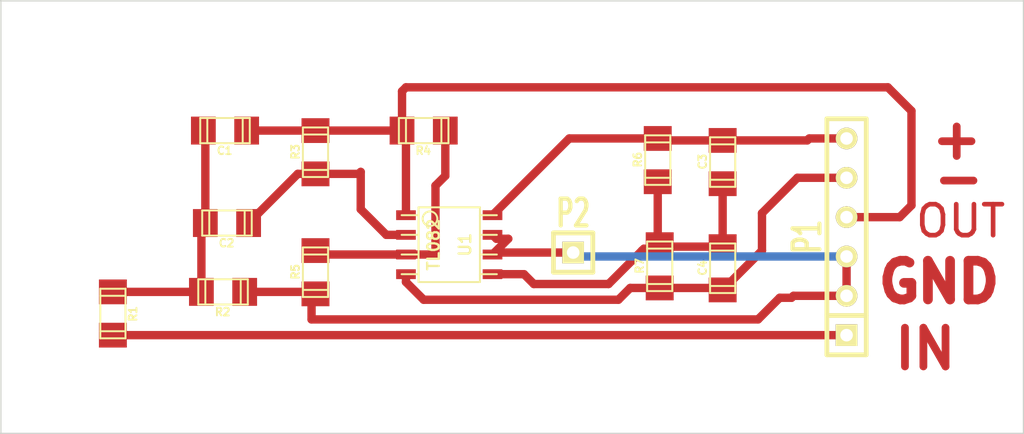
<source format=kicad_pcb>
(kicad_pcb (version 3) (host pcbnew "(2013-07-07 BZR 4022)-stable")

  (general
    (links 28)
    (no_connects 0)
    (area 20.269999 20.269999 86.410001 48.310001)
    (thickness 1.6)
    (drawings 9)
    (tracks 77)
    (zones 0)
    (modules 14)
    (nets 10)
  )

  (page A3)
  (layers
    (15 F.Cu signal)
    (0 B.Cu signal)
    (16 B.Adhes user)
    (17 F.Adhes user)
    (18 B.Paste user)
    (19 F.Paste user)
    (20 B.SilkS user)
    (21 F.SilkS user)
    (22 B.Mask user)
    (23 F.Mask user)
    (24 Dwgs.User user)
    (25 Cmts.User user)
    (26 Eco1.User user)
    (27 Eco2.User user)
    (28 Edge.Cuts user)
  )

  (setup
    (last_trace_width 0.54)
    (trace_clearance 0.254)
    (zone_clearance 3)
    (zone_45_only no)
    (trace_min 0.54)
    (segment_width 0.2)
    (edge_width 0.1)
    (via_size 0.889)
    (via_drill 0.635)
    (via_min_size 0.889)
    (via_min_drill 0.508)
    (uvia_size 0.508)
    (uvia_drill 0.127)
    (uvias_allowed no)
    (uvia_min_size 0.508)
    (uvia_min_drill 0.127)
    (pcb_text_width 0.3)
    (pcb_text_size 1.5 1.5)
    (mod_edge_width 0.15)
    (mod_text_size 1 1)
    (mod_text_width 0.15)
    (pad_size 1.5 1.5)
    (pad_drill 0.6)
    (pad_to_mask_clearance 0)
    (aux_axis_origin 0 0)
    (visible_elements 7FFFFFFF)
    (pcbplotparams
      (layerselection 3178497)
      (usegerberextensions true)
      (excludeedgelayer true)
      (linewidth 0.150000)
      (plotframeref false)
      (viasonmask false)
      (mode 1)
      (useauxorigin false)
      (hpglpennumber 1)
      (hpglpenspeed 20)
      (hpglpendiameter 15)
      (hpglpenoverlay 2)
      (psnegative false)
      (psa4output false)
      (plotreference true)
      (plotvalue true)
      (plotothertext true)
      (plotinvisibletext false)
      (padsonsilk false)
      (subtractmaskfromsilk false)
      (outputformat 1)
      (mirror false)
      (drillshape 1)
      (scaleselection 1)
      (outputdirectory ""))
  )

  (net 0 "")
  (net 1 GND)
  (net 2 N-000001)
  (net 3 N-000003)
  (net 4 N-000004)
  (net 5 N-000006)
  (net 6 N-000007)
  (net 7 N-000009)
  (net 8 V_minus)
  (net 9 V_plus)

  (net_class Default "Dies ist die voreingestellte Netzklasse."
    (clearance 0.254)
    (trace_width 0.54)
    (via_dia 0.889)
    (via_drill 0.635)
    (uvia_dia 0.508)
    (uvia_drill 0.127)
    (add_net "")
    (add_net GND)
    (add_net N-000001)
    (add_net N-000003)
    (add_net N-000004)
    (add_net N-000006)
    (add_net N-000007)
    (add_net N-000009)
    (add_net V_minus)
    (add_net V_plus)
  )

  (module so-8 (layer F.Cu) (tedit 48A6C16E) (tstamp 538247EB)
    (at 49.276 36.068 270)
    (descr SO-8)
    (path /537F7E44)
    (attr smd)
    (fp_text reference U1 (at 0 -1.016 270) (layer F.SilkS)
      (effects (font (size 0.7493 0.7493) (thickness 0.14986)))
    )
    (fp_text value TL082 (at 0 1.016 270) (layer F.SilkS)
      (effects (font (size 0.7493 0.7493) (thickness 0.14986)))
    )
    (fp_line (start -2.413 -1.9812) (end -2.413 1.9812) (layer F.SilkS) (width 0.127))
    (fp_line (start -2.413 1.9812) (end 2.413 1.9812) (layer F.SilkS) (width 0.127))
    (fp_line (start 2.413 1.9812) (end 2.413 -1.9812) (layer F.SilkS) (width 0.127))
    (fp_line (start 2.413 -1.9812) (end -2.413 -1.9812) (layer F.SilkS) (width 0.127))
    (fp_line (start -1.905 -1.9812) (end -1.905 -3.0734) (layer F.SilkS) (width 0.127))
    (fp_line (start -0.635 -1.9812) (end -0.635 -3.0734) (layer F.SilkS) (width 0.127))
    (fp_line (start 0.635 -1.9812) (end 0.635 -3.0734) (layer F.SilkS) (width 0.127))
    (fp_line (start 1.905 -3.0734) (end 1.905 -1.9812) (layer F.SilkS) (width 0.127))
    (fp_line (start 1.905 1.9812) (end 1.905 3.0734) (layer F.SilkS) (width 0.127))
    (fp_line (start 0.635 3.0734) (end 0.635 1.9812) (layer F.SilkS) (width 0.127))
    (fp_line (start -0.635 3.0734) (end -0.635 1.9812) (layer F.SilkS) (width 0.127))
    (fp_line (start -1.905 3.0734) (end -1.905 1.9812) (layer F.SilkS) (width 0.127))
    (fp_circle (center -1.6764 1.2446) (end -1.9558 1.6256) (layer F.SilkS) (width 0.127))
    (pad 1 smd rect (at -1.905 2.794 270) (size 0.635 1.27)
      (layers F.Cu F.Paste F.Mask)
      (net 5 N-000006)
    )
    (pad 2 smd rect (at -0.635 2.794 270) (size 0.635 1.27)
      (layers F.Cu F.Paste F.Mask)
      (net 3 N-000003)
    )
    (pad 3 smd rect (at 0.635 2.794 270) (size 0.635 1.27)
      (layers F.Cu F.Paste F.Mask)
      (net 4 N-000004)
    )
    (pad 4 smd rect (at 1.905 2.794 270) (size 0.635 1.27)
      (layers F.Cu F.Paste F.Mask)
      (net 8 V_minus)
    )
    (pad 5 smd rect (at 1.905 -2.794 270) (size 0.635 1.27)
      (layers F.Cu F.Paste F.Mask)
      (net 2 N-000001)
    )
    (pad 6 smd rect (at 0.635 -2.794 270) (size 0.635 1.27)
      (layers F.Cu F.Paste F.Mask)
      (net 1 GND)
    )
    (pad 7 smd rect (at -0.635 -2.794 270) (size 0.635 1.27)
      (layers F.Cu F.Paste F.Mask)
      (net 1 GND)
    )
    (pad 8 smd rect (at -1.905 -2.794 270) (size 0.635 1.27)
      (layers F.Cu F.Paste F.Mask)
      (net 9 V_plus)
    )
    (model smd/smd_dil/so-8.wrl
      (at (xyz 0 0 0))
      (scale (xyz 1 1 1))
      (rotate (xyz 0 0 0))
    )
  )

  (module SIL-6 (layer F.Cu) (tedit 200000) (tstamp 538247FA)
    (at 74.93 35.56 90)
    (descr "Connecteur 6 pins")
    (tags "CONN DEV")
    (path /53822A70)
    (fp_text reference P1 (at 0 -2.54 90) (layer F.SilkS)
      (effects (font (size 1.72974 1.08712) (thickness 0.3048)))
    )
    (fp_text value CONN_6 (at 0 -2.54 90) (layer F.SilkS) hide
      (effects (font (size 1.524 1.016) (thickness 0.3048)))
    )
    (fp_line (start -7.62 1.27) (end -7.62 -1.27) (layer F.SilkS) (width 0.3048))
    (fp_line (start -7.62 -1.27) (end 7.62 -1.27) (layer F.SilkS) (width 0.3048))
    (fp_line (start 7.62 -1.27) (end 7.62 1.27) (layer F.SilkS) (width 0.3048))
    (fp_line (start 7.62 1.27) (end -7.62 1.27) (layer F.SilkS) (width 0.3048))
    (fp_line (start -5.08 1.27) (end -5.08 -1.27) (layer F.SilkS) (width 0.3048))
    (pad 1 thru_hole rect (at -6.35 0 90) (size 1.397 1.397) (drill 0.8128)
      (layers *.Cu *.Mask F.SilkS)
      (net 7 N-000009)
    )
    (pad 2 thru_hole circle (at -3.81 0 90) (size 1.397 1.397) (drill 0.8128)
      (layers *.Cu *.Mask F.SilkS)
      (net 1 GND)
    )
    (pad 3 thru_hole circle (at -1.27 0 90) (size 1.397 1.397) (drill 0.8128)
      (layers *.Cu *.Mask F.SilkS)
      (net 1 GND)
    )
    (pad 4 thru_hole circle (at 1.27 0 90) (size 1.397 1.397) (drill 0.8128)
      (layers *.Cu *.Mask F.SilkS)
      (net 5 N-000006)
    )
    (pad 5 thru_hole circle (at 3.81 0 90) (size 1.397 1.397) (drill 0.8128)
      (layers *.Cu *.Mask F.SilkS)
      (net 8 V_minus)
    )
    (pad 6 thru_hole circle (at 6.35 0 90) (size 1.397 1.397) (drill 0.8128)
      (layers *.Cu *.Mask F.SilkS)
      (net 9 V_plus)
    )
  )

  (module c_1206 (layer F.Cu) (tedit 490473F0) (tstamp 53824806)
    (at 27.559 40.513 270)
    (descr "SMT capacitor, 1206")
    (path /537F7E3F)
    (fp_text reference R1 (at 0.0254 -1.2954 270) (layer F.SilkS)
      (effects (font (size 0.50038 0.50038) (thickness 0.11938)))
    )
    (fp_text value R (at 0 1.27 270) (layer F.SilkS) hide
      (effects (font (size 0.50038 0.50038) (thickness 0.11938)))
    )
    (fp_line (start 1.143 0.8128) (end 1.143 -0.8128) (layer F.SilkS) (width 0.127))
    (fp_line (start -1.143 -0.8128) (end -1.143 0.8128) (layer F.SilkS) (width 0.127))
    (fp_line (start -1.6002 -0.8128) (end -1.6002 0.8128) (layer F.SilkS) (width 0.127))
    (fp_line (start -1.6002 0.8128) (end 1.6002 0.8128) (layer F.SilkS) (width 0.127))
    (fp_line (start 1.6002 0.8128) (end 1.6002 -0.8128) (layer F.SilkS) (width 0.127))
    (fp_line (start 1.6002 -0.8128) (end -1.6002 -0.8128) (layer F.SilkS) (width 0.127))
    (pad 1 smd rect (at 1.397 0 270) (size 1.6002 1.8034)
      (layers F.Cu F.Paste F.Mask)
      (net 7 N-000009)
    )
    (pad 2 smd rect (at -1.397 0 270) (size 1.6002 1.8034)
      (layers F.Cu F.Paste F.Mask)
      (net 6 N-000007)
    )
    (model smd/capacitors/c_1206.wrl
      (at (xyz 0 0 0))
      (scale (xyz 1 1 1))
      (rotate (xyz 0 0 0))
    )
  )

  (module c_1206 (layer F.Cu) (tedit 490473F0) (tstamp 53824812)
    (at 34.925 34.671 180)
    (descr "SMT capacitor, 1206")
    (path /537F7E41)
    (fp_text reference C2 (at 0.0254 -1.2954 180) (layer F.SilkS)
      (effects (font (size 0.50038 0.50038) (thickness 0.11938)))
    )
    (fp_text value C (at 0 1.27 180) (layer F.SilkS) hide
      (effects (font (size 0.50038 0.50038) (thickness 0.11938)))
    )
    (fp_line (start 1.143 0.8128) (end 1.143 -0.8128) (layer F.SilkS) (width 0.127))
    (fp_line (start -1.143 -0.8128) (end -1.143 0.8128) (layer F.SilkS) (width 0.127))
    (fp_line (start -1.6002 -0.8128) (end -1.6002 0.8128) (layer F.SilkS) (width 0.127))
    (fp_line (start -1.6002 0.8128) (end 1.6002 0.8128) (layer F.SilkS) (width 0.127))
    (fp_line (start 1.6002 0.8128) (end 1.6002 -0.8128) (layer F.SilkS) (width 0.127))
    (fp_line (start 1.6002 -0.8128) (end -1.6002 -0.8128) (layer F.SilkS) (width 0.127))
    (pad 1 smd rect (at 1.397 0 180) (size 1.6002 1.8034)
      (layers F.Cu F.Paste F.Mask)
      (net 6 N-000007)
    )
    (pad 2 smd rect (at -1.397 0 180) (size 1.6002 1.8034)
      (layers F.Cu F.Paste F.Mask)
      (net 3 N-000003)
    )
    (model smd/capacitors/c_1206.wrl
      (at (xyz 0 0 0))
      (scale (xyz 1 1 1))
      (rotate (xyz 0 0 0))
    )
  )

  (module c_1206 (layer F.Cu) (tedit 490473F0) (tstamp 5382481E)
    (at 34.798 28.702 180)
    (descr "SMT capacitor, 1206")
    (path /537F7E42)
    (fp_text reference C1 (at 0.0254 -1.2954 180) (layer F.SilkS)
      (effects (font (size 0.50038 0.50038) (thickness 0.11938)))
    )
    (fp_text value C (at 0 1.27 180) (layer F.SilkS) hide
      (effects (font (size 0.50038 0.50038) (thickness 0.11938)))
    )
    (fp_line (start 1.143 0.8128) (end 1.143 -0.8128) (layer F.SilkS) (width 0.127))
    (fp_line (start -1.143 -0.8128) (end -1.143 0.8128) (layer F.SilkS) (width 0.127))
    (fp_line (start -1.6002 -0.8128) (end -1.6002 0.8128) (layer F.SilkS) (width 0.127))
    (fp_line (start -1.6002 0.8128) (end 1.6002 0.8128) (layer F.SilkS) (width 0.127))
    (fp_line (start 1.6002 0.8128) (end 1.6002 -0.8128) (layer F.SilkS) (width 0.127))
    (fp_line (start 1.6002 -0.8128) (end -1.6002 -0.8128) (layer F.SilkS) (width 0.127))
    (pad 1 smd rect (at 1.397 0 180) (size 1.6002 1.8034)
      (layers F.Cu F.Paste F.Mask)
      (net 6 N-000007)
    )
    (pad 2 smd rect (at -1.397 0 180) (size 1.6002 1.8034)
      (layers F.Cu F.Paste F.Mask)
      (net 5 N-000006)
    )
    (model smd/capacitors/c_1206.wrl
      (at (xyz 0 0 0))
      (scale (xyz 1 1 1))
      (rotate (xyz 0 0 0))
    )
  )

  (module c_1206 (layer F.Cu) (tedit 490473F0) (tstamp 5382482A)
    (at 40.64 30.099 90)
    (descr "SMT capacitor, 1206")
    (path /537F7E5E)
    (fp_text reference R3 (at 0.0254 -1.2954 90) (layer F.SilkS)
      (effects (font (size 0.50038 0.50038) (thickness 0.11938)))
    )
    (fp_text value R (at 0 1.27 90) (layer F.SilkS) hide
      (effects (font (size 0.50038 0.50038) (thickness 0.11938)))
    )
    (fp_line (start 1.143 0.8128) (end 1.143 -0.8128) (layer F.SilkS) (width 0.127))
    (fp_line (start -1.143 -0.8128) (end -1.143 0.8128) (layer F.SilkS) (width 0.127))
    (fp_line (start -1.6002 -0.8128) (end -1.6002 0.8128) (layer F.SilkS) (width 0.127))
    (fp_line (start -1.6002 0.8128) (end 1.6002 0.8128) (layer F.SilkS) (width 0.127))
    (fp_line (start 1.6002 0.8128) (end 1.6002 -0.8128) (layer F.SilkS) (width 0.127))
    (fp_line (start 1.6002 -0.8128) (end -1.6002 -0.8128) (layer F.SilkS) (width 0.127))
    (pad 1 smd rect (at 1.397 0 90) (size 1.6002 1.8034)
      (layers F.Cu F.Paste F.Mask)
      (net 5 N-000006)
    )
    (pad 2 smd rect (at -1.397 0 90) (size 1.6002 1.8034)
      (layers F.Cu F.Paste F.Mask)
      (net 3 N-000003)
    )
    (model smd/capacitors/c_1206.wrl
      (at (xyz 0 0 0))
      (scale (xyz 1 1 1))
      (rotate (xyz 0 0 0))
    )
  )

  (module c_1206 (layer F.Cu) (tedit 490473F0) (tstamp 53824836)
    (at 47.625 28.702 180)
    (descr "SMT capacitor, 1206")
    (path /537F7E60)
    (fp_text reference R4 (at 0.0254 -1.2954 180) (layer F.SilkS)
      (effects (font (size 0.50038 0.50038) (thickness 0.11938)))
    )
    (fp_text value R (at 0 1.27 180) (layer F.SilkS) hide
      (effects (font (size 0.50038 0.50038) (thickness 0.11938)))
    )
    (fp_line (start 1.143 0.8128) (end 1.143 -0.8128) (layer F.SilkS) (width 0.127))
    (fp_line (start -1.143 -0.8128) (end -1.143 0.8128) (layer F.SilkS) (width 0.127))
    (fp_line (start -1.6002 -0.8128) (end -1.6002 0.8128) (layer F.SilkS) (width 0.127))
    (fp_line (start -1.6002 0.8128) (end 1.6002 0.8128) (layer F.SilkS) (width 0.127))
    (fp_line (start 1.6002 0.8128) (end 1.6002 -0.8128) (layer F.SilkS) (width 0.127))
    (fp_line (start 1.6002 -0.8128) (end -1.6002 -0.8128) (layer F.SilkS) (width 0.127))
    (pad 1 smd rect (at 1.397 0 180) (size 1.6002 1.8034)
      (layers F.Cu F.Paste F.Mask)
      (net 5 N-000006)
    )
    (pad 2 smd rect (at -1.397 0 180) (size 1.6002 1.8034)
      (layers F.Cu F.Paste F.Mask)
      (net 4 N-000004)
    )
    (model smd/capacitors/c_1206.wrl
      (at (xyz 0 0 0))
      (scale (xyz 1 1 1))
      (rotate (xyz 0 0 0))
    )
  )

  (module c_1206 (layer F.Cu) (tedit 490473F0) (tstamp 53824842)
    (at 40.64 37.846 90)
    (descr "SMT capacitor, 1206")
    (path /537F7E61)
    (fp_text reference R5 (at 0.0254 -1.2954 90) (layer F.SilkS)
      (effects (font (size 0.50038 0.50038) (thickness 0.11938)))
    )
    (fp_text value R (at 0 1.27 90) (layer F.SilkS) hide
      (effects (font (size 0.50038 0.50038) (thickness 0.11938)))
    )
    (fp_line (start 1.143 0.8128) (end 1.143 -0.8128) (layer F.SilkS) (width 0.127))
    (fp_line (start -1.143 -0.8128) (end -1.143 0.8128) (layer F.SilkS) (width 0.127))
    (fp_line (start -1.6002 -0.8128) (end -1.6002 0.8128) (layer F.SilkS) (width 0.127))
    (fp_line (start -1.6002 0.8128) (end 1.6002 0.8128) (layer F.SilkS) (width 0.127))
    (fp_line (start 1.6002 0.8128) (end 1.6002 -0.8128) (layer F.SilkS) (width 0.127))
    (fp_line (start 1.6002 -0.8128) (end -1.6002 -0.8128) (layer F.SilkS) (width 0.127))
    (pad 1 smd rect (at 1.397 0 90) (size 1.6002 1.8034)
      (layers F.Cu F.Paste F.Mask)
      (net 4 N-000004)
    )
    (pad 2 smd rect (at -1.397 0 90) (size 1.6002 1.8034)
      (layers F.Cu F.Paste F.Mask)
      (net 1 GND)
    )
    (model smd/capacitors/c_1206.wrl
      (at (xyz 0 0 0))
      (scale (xyz 1 1 1))
      (rotate (xyz 0 0 0))
    )
  )

  (module c_1206 (layer F.Cu) (tedit 490473F0) (tstamp 5382484E)
    (at 34.671 39.116 180)
    (descr "SMT capacitor, 1206")
    (path /537F7E40)
    (fp_text reference R2 (at 0.0254 -1.2954 180) (layer F.SilkS)
      (effects (font (size 0.50038 0.50038) (thickness 0.11938)))
    )
    (fp_text value R (at 0 1.27 180) (layer F.SilkS) hide
      (effects (font (size 0.50038 0.50038) (thickness 0.11938)))
    )
    (fp_line (start 1.143 0.8128) (end 1.143 -0.8128) (layer F.SilkS) (width 0.127))
    (fp_line (start -1.143 -0.8128) (end -1.143 0.8128) (layer F.SilkS) (width 0.127))
    (fp_line (start -1.6002 -0.8128) (end -1.6002 0.8128) (layer F.SilkS) (width 0.127))
    (fp_line (start -1.6002 0.8128) (end 1.6002 0.8128) (layer F.SilkS) (width 0.127))
    (fp_line (start 1.6002 0.8128) (end 1.6002 -0.8128) (layer F.SilkS) (width 0.127))
    (fp_line (start 1.6002 -0.8128) (end -1.6002 -0.8128) (layer F.SilkS) (width 0.127))
    (pad 1 smd rect (at 1.397 0 180) (size 1.6002 1.8034)
      (layers F.Cu F.Paste F.Mask)
      (net 6 N-000007)
    )
    (pad 2 smd rect (at -1.397 0 180) (size 1.6002 1.8034)
      (layers F.Cu F.Paste F.Mask)
      (net 1 GND)
    )
    (model smd/capacitors/c_1206.wrl
      (at (xyz 0 0 0))
      (scale (xyz 1 1 1))
      (rotate (xyz 0 0 0))
    )
  )

  (module c_1206 (layer F.Cu) (tedit 490473F0) (tstamp 5382485A)
    (at 62.865 37.465 90)
    (descr "SMT capacitor, 1206")
    (path /537F84D0)
    (fp_text reference R7 (at 0.0254 -1.2954 90) (layer F.SilkS)
      (effects (font (size 0.50038 0.50038) (thickness 0.11938)))
    )
    (fp_text value R (at 0 1.27 90) (layer F.SilkS) hide
      (effects (font (size 0.50038 0.50038) (thickness 0.11938)))
    )
    (fp_line (start 1.143 0.8128) (end 1.143 -0.8128) (layer F.SilkS) (width 0.127))
    (fp_line (start -1.143 -0.8128) (end -1.143 0.8128) (layer F.SilkS) (width 0.127))
    (fp_line (start -1.6002 -0.8128) (end -1.6002 0.8128) (layer F.SilkS) (width 0.127))
    (fp_line (start -1.6002 0.8128) (end 1.6002 0.8128) (layer F.SilkS) (width 0.127))
    (fp_line (start 1.6002 0.8128) (end 1.6002 -0.8128) (layer F.SilkS) (width 0.127))
    (fp_line (start 1.6002 -0.8128) (end -1.6002 -0.8128) (layer F.SilkS) (width 0.127))
    (pad 1 smd rect (at 1.397 0 90) (size 1.6002 1.8034)
      (layers F.Cu F.Paste F.Mask)
      (net 2 N-000001)
    )
    (pad 2 smd rect (at -1.397 0 90) (size 1.6002 1.8034)
      (layers F.Cu F.Paste F.Mask)
      (net 8 V_minus)
    )
    (model smd/capacitors/c_1206.wrl
      (at (xyz 0 0 0))
      (scale (xyz 1 1 1))
      (rotate (xyz 0 0 0))
    )
  )

  (module c_1206 (layer F.Cu) (tedit 490473F0) (tstamp 53824866)
    (at 62.738 30.607 90)
    (descr "SMT capacitor, 1206")
    (path /537F84DF)
    (fp_text reference R6 (at 0.0254 -1.2954 90) (layer F.SilkS)
      (effects (font (size 0.50038 0.50038) (thickness 0.11938)))
    )
    (fp_text value R (at 0 1.27 90) (layer F.SilkS) hide
      (effects (font (size 0.50038 0.50038) (thickness 0.11938)))
    )
    (fp_line (start 1.143 0.8128) (end 1.143 -0.8128) (layer F.SilkS) (width 0.127))
    (fp_line (start -1.143 -0.8128) (end -1.143 0.8128) (layer F.SilkS) (width 0.127))
    (fp_line (start -1.6002 -0.8128) (end -1.6002 0.8128) (layer F.SilkS) (width 0.127))
    (fp_line (start -1.6002 0.8128) (end 1.6002 0.8128) (layer F.SilkS) (width 0.127))
    (fp_line (start 1.6002 0.8128) (end 1.6002 -0.8128) (layer F.SilkS) (width 0.127))
    (fp_line (start 1.6002 -0.8128) (end -1.6002 -0.8128) (layer F.SilkS) (width 0.127))
    (pad 1 smd rect (at 1.397 0 90) (size 1.6002 1.8034)
      (layers F.Cu F.Paste F.Mask)
      (net 9 V_plus)
    )
    (pad 2 smd rect (at -1.397 0 90) (size 1.6002 1.8034)
      (layers F.Cu F.Paste F.Mask)
      (net 2 N-000001)
    )
    (model smd/capacitors/c_1206.wrl
      (at (xyz 0 0 0))
      (scale (xyz 1 1 1))
      (rotate (xyz 0 0 0))
    )
  )

  (module c_1206 (layer F.Cu) (tedit 490473F0) (tstamp 53824872)
    (at 66.929 30.734 90)
    (descr "SMT capacitor, 1206")
    (path /537F878A)
    (fp_text reference C3 (at 0.0254 -1.2954 90) (layer F.SilkS)
      (effects (font (size 0.50038 0.50038) (thickness 0.11938)))
    )
    (fp_text value C (at 0 1.27 90) (layer F.SilkS) hide
      (effects (font (size 0.50038 0.50038) (thickness 0.11938)))
    )
    (fp_line (start 1.143 0.8128) (end 1.143 -0.8128) (layer F.SilkS) (width 0.127))
    (fp_line (start -1.143 -0.8128) (end -1.143 0.8128) (layer F.SilkS) (width 0.127))
    (fp_line (start -1.6002 -0.8128) (end -1.6002 0.8128) (layer F.SilkS) (width 0.127))
    (fp_line (start -1.6002 0.8128) (end 1.6002 0.8128) (layer F.SilkS) (width 0.127))
    (fp_line (start 1.6002 0.8128) (end 1.6002 -0.8128) (layer F.SilkS) (width 0.127))
    (fp_line (start 1.6002 -0.8128) (end -1.6002 -0.8128) (layer F.SilkS) (width 0.127))
    (pad 1 smd rect (at 1.397 0 90) (size 1.6002 1.8034)
      (layers F.Cu F.Paste F.Mask)
      (net 9 V_plus)
    )
    (pad 2 smd rect (at -1.397 0 90) (size 1.6002 1.8034)
      (layers F.Cu F.Paste F.Mask)
      (net 2 N-000001)
    )
    (model smd/capacitors/c_1206.wrl
      (at (xyz 0 0 0))
      (scale (xyz 1 1 1))
      (rotate (xyz 0 0 0))
    )
  )

  (module c_1206 (layer F.Cu) (tedit 490473F0) (tstamp 5382487E)
    (at 66.929 37.592 90)
    (descr "SMT capacitor, 1206")
    (path /537F8799)
    (fp_text reference C4 (at 0.0254 -1.2954 90) (layer F.SilkS)
      (effects (font (size 0.50038 0.50038) (thickness 0.11938)))
    )
    (fp_text value C (at 0 1.27 90) (layer F.SilkS) hide
      (effects (font (size 0.50038 0.50038) (thickness 0.11938)))
    )
    (fp_line (start 1.143 0.8128) (end 1.143 -0.8128) (layer F.SilkS) (width 0.127))
    (fp_line (start -1.143 -0.8128) (end -1.143 0.8128) (layer F.SilkS) (width 0.127))
    (fp_line (start -1.6002 -0.8128) (end -1.6002 0.8128) (layer F.SilkS) (width 0.127))
    (fp_line (start -1.6002 0.8128) (end 1.6002 0.8128) (layer F.SilkS) (width 0.127))
    (fp_line (start 1.6002 0.8128) (end 1.6002 -0.8128) (layer F.SilkS) (width 0.127))
    (fp_line (start 1.6002 -0.8128) (end -1.6002 -0.8128) (layer F.SilkS) (width 0.127))
    (pad 1 smd rect (at 1.397 0 90) (size 1.6002 1.8034)
      (layers F.Cu F.Paste F.Mask)
      (net 2 N-000001)
    )
    (pad 2 smd rect (at -1.397 0 90) (size 1.6002 1.8034)
      (layers F.Cu F.Paste F.Mask)
      (net 8 V_minus)
    )
    (model smd/capacitors/c_1206.wrl
      (at (xyz 0 0 0))
      (scale (xyz 1 1 1))
      (rotate (xyz 0 0 0))
    )
  )

  (module SIL-1 (layer F.Cu) (tedit 4C5EAF64) (tstamp 5382E15B)
    (at 57.277 36.576)
    (descr "Connecteurs 1 pin")
    (tags "CONN DEV")
    (path /5382E1CC)
    (fp_text reference P2 (at 0 -2.54) (layer F.SilkS)
      (effects (font (size 1.72974 1.08712) (thickness 0.27178)))
    )
    (fp_text value CONN_1 (at 0 -2.54) (layer F.SilkS) hide
      (effects (font (size 1.524 1.016) (thickness 0.254)))
    )
    (fp_line (start -1.27 1.27) (end 1.27 1.27) (layer F.SilkS) (width 0.3175))
    (fp_line (start -1.27 -1.27) (end 1.27 -1.27) (layer F.SilkS) (width 0.3175))
    (fp_line (start -1.27 1.27) (end -1.27 -1.27) (layer F.SilkS) (width 0.3048))
    (fp_line (start 1.27 -1.27) (end 1.27 1.27) (layer F.SilkS) (width 0.3048))
    (pad 1 thru_hole rect (at 0 0) (size 1.397 1.397) (drill 0.8128)
      (layers *.Cu *.Mask F.SilkS)
      (net 1 GND)
    )
  )

  (gr_text OUT (at 82.296 34.544) (layer F.Cu)
    (effects (font (size 2 2) (thickness 0.3)))
  )
  (gr_text IN (at 80.01 42.799) (layer F.Cu)
    (effects (font (size 2.5 2.5) (thickness 0.5)))
  )
  (gr_text GND (at 80.899 38.481) (layer F.Cu)
    (effects (font (size 2.5 2.5) (thickness 0.625)))
  )
  (gr_text - (at 82.169 31.75) (layer F.Cu)
    (effects (font (size 2.5 2.5) (thickness 0.5)))
  )
  (gr_text + (at 82.042 29.21) (layer F.Cu)
    (effects (font (size 2.5 2.5) (thickness 0.5)))
  )
  (gr_line (start 86.36 20.32) (end 20.32 20.32) (angle 90) (layer Edge.Cuts) (width 0.1))
  (gr_line (start 86.36 48.26) (end 86.36 20.32) (angle 90) (layer Edge.Cuts) (width 0.1))
  (gr_line (start 20.32 48.26) (end 86.36 48.26) (angle 90) (layer Edge.Cuts) (width 0.1))
  (gr_line (start 20.32 20.32) (end 20.32 48.26) (angle 90) (layer Edge.Cuts) (width 0.1))

  (segment (start 74.93 36.83) (end 57.531 36.83) (width 0.54) (layer B.Cu) (net 1))
  (segment (start 57.531 36.83) (end 57.277 36.576) (width 0.54) (layer B.Cu) (net 1) (tstamp 53836CE7))
  (segment (start 57.277 36.576) (end 52.197 36.576) (width 0.54) (layer F.Cu) (net 1))
  (segment (start 52.197 36.576) (end 53.086 35.687) (width 0.54) (layer F.Cu) (net 1) (tstamp 53836CD3))
  (segment (start 53.086 35.687) (end 52.324 35.687) (width 0.54) (layer F.Cu) (net 1) (tstamp 53836CD4))
  (segment (start 52.324 35.687) (end 52.07 35.433) (width 0.54) (layer F.Cu) (net 1) (tstamp 53836CD7))
  (segment (start 74.93 39.37) (end 74.93 36.83) (width 0.54) (layer F.Cu) (net 1))
  (segment (start 40.386 40.894) (end 40.386 39.497) (width 0.54) (layer F.Cu) (net 1))
  (segment (start 71.501 39.37) (end 71.374 39.497) (width 0.54) (layer F.Cu) (net 1) (tstamp 53836CB8))
  (segment (start 71.374 39.497) (end 70.612 39.497) (width 0.54) (layer F.Cu) (net 1) (tstamp 53836CB9))
  (segment (start 70.612 39.497) (end 69.215 40.894) (width 0.54) (layer F.Cu) (net 1) (tstamp 53836CBA))
  (segment (start 69.215 40.894) (end 40.386 40.894) (width 0.54) (layer F.Cu) (net 1) (tstamp 53836CBD))
  (segment (start 74.93 39.37) (end 71.501 39.37) (width 0.54) (layer F.Cu) (net 1))
  (segment (start 40.386 39.497) (end 40.64 39.243) (width 0.54) (layer F.Cu) (net 1) (tstamp 53836CC9))
  (segment (start 36.068 39.116) (end 40.513 39.116) (width 0.54) (layer F.Cu) (net 1))
  (segment (start 40.513 39.116) (end 40.64 39.243) (width 0.54) (layer F.Cu) (net 1) (tstamp 53836CAE))
  (segment (start 61.722 36.449) (end 62.484 36.449) (width 0.54) (layer F.Cu) (net 2))
  (segment (start 62.484 36.449) (end 62.865 36.068) (width 0.54) (layer F.Cu) (net 2) (tstamp 53836F58))
  (segment (start 52.07 37.973) (end 54.102 37.973) (width 0.54) (layer F.Cu) (net 2))
  (segment (start 59.563 38.608) (end 61.722 36.449) (width 0.54) (layer F.Cu) (net 2) (tstamp 53836F3C))
  (segment (start 61.722 36.449) (end 61.849 36.322) (width 0.54) (layer F.Cu) (net 2) (tstamp 53836F56))
  (segment (start 54.737 38.608) (end 59.563 38.608) (width 0.54) (layer F.Cu) (net 2) (tstamp 53836F36))
  (segment (start 54.102 37.973) (end 54.737 38.608) (width 0.54) (layer F.Cu) (net 2) (tstamp 53836F34))
  (segment (start 62.865 36.068) (end 62.23 36.068) (width 0.54) (layer F.Cu) (net 2))
  (segment (start 66.929 36.195) (end 62.992 36.195) (width 0.54) (layer F.Cu) (net 2))
  (segment (start 62.992 36.195) (end 62.865 36.068) (width 0.54) (layer F.Cu) (net 2) (tstamp 53836D41))
  (segment (start 62.738 32.004) (end 62.738 35.941) (width 0.54) (layer F.Cu) (net 2))
  (segment (start 62.738 35.941) (end 62.865 36.068) (width 0.54) (layer F.Cu) (net 2) (tstamp 53836D3E))
  (segment (start 66.929 36.195) (end 66.929 32.131) (width 0.54) (layer F.Cu) (net 2))
  (segment (start 40.64 31.496) (end 39.497 31.496) (width 0.54) (layer F.Cu) (net 3))
  (segment (start 39.497 31.496) (end 36.322 34.671) (width 0.54) (layer F.Cu) (net 3) (tstamp 53836C93))
  (segment (start 46.482 35.433) (end 45.212 35.433) (width 0.54) (layer F.Cu) (net 3))
  (segment (start 43.434 31.496) (end 40.64 31.496) (width 0.54) (layer F.Cu) (net 3) (tstamp 53836C8F))
  (segment (start 43.561 31.369) (end 43.434 31.496) (width 0.54) (layer F.Cu) (net 3) (tstamp 53836C8E))
  (segment (start 43.561 33.782) (end 43.561 31.369) (width 0.54) (layer F.Cu) (net 3) (tstamp 53836C8C))
  (segment (start 45.212 35.433) (end 43.561 33.782) (width 0.54) (layer F.Cu) (net 3) (tstamp 53836C86))
  (segment (start 49.022 28.702) (end 49.022 31.623) (width 0.54) (layer F.Cu) (net 4))
  (segment (start 48.387 36.703) (end 46.482 36.703) (width 0.54) (layer F.Cu) (net 4) (tstamp 53836CFC))
  (segment (start 48.387 32.258) (end 48.387 36.703) (width 0.54) (layer F.Cu) (net 4) (tstamp 53836CF9))
  (segment (start 49.022 31.623) (end 48.387 32.258) (width 0.54) (layer F.Cu) (net 4) (tstamp 53836CF8))
  (segment (start 46.482 36.703) (end 40.894 36.703) (width 0.54) (layer F.Cu) (net 4))
  (segment (start 40.894 36.703) (end 40.64 36.449) (width 0.54) (layer F.Cu) (net 4) (tstamp 53836C9C))
  (segment (start 46.228 28.702) (end 46.228 26.162) (width 0.54) (layer F.Cu) (net 5))
  (segment (start 78.359 34.29) (end 74.93 34.29) (width 0.54) (layer F.Cu) (net 5) (tstamp 53836D88))
  (segment (start 79.121 33.528) (end 78.359 34.29) (width 0.54) (layer F.Cu) (net 5) (tstamp 53836D86))
  (segment (start 79.121 27.432) (end 79.121 33.528) (width 0.54) (layer F.Cu) (net 5) (tstamp 53836D83))
  (segment (start 77.597 25.908) (end 79.121 27.432) (width 0.54) (layer F.Cu) (net 5) (tstamp 53836D7F))
  (segment (start 46.482 25.908) (end 77.597 25.908) (width 0.54) (layer F.Cu) (net 5) (tstamp 53836D7A))
  (segment (start 46.228 26.162) (end 46.482 25.908) (width 0.54) (layer F.Cu) (net 5) (tstamp 53836D79))
  (segment (start 46.482 34.163) (end 46.482 28.956) (width 0.54) (layer F.Cu) (net 5))
  (segment (start 46.482 28.956) (end 46.228 28.702) (width 0.54) (layer F.Cu) (net 5) (tstamp 53836C7C))
  (segment (start 40.64 28.702) (end 36.195 28.702) (width 0.54) (layer F.Cu) (net 5))
  (segment (start 46.228 28.702) (end 40.64 28.702) (width 0.54) (layer F.Cu) (net 5))
  (segment (start 33.528 34.671) (end 33.528 28.829) (width 0.54) (layer F.Cu) (net 6))
  (segment (start 33.528 28.829) (end 33.401 28.702) (width 0.54) (layer F.Cu) (net 6) (tstamp 53836C6F))
  (segment (start 33.274 39.116) (end 33.274 34.925) (width 0.54) (layer F.Cu) (net 6))
  (segment (start 33.274 34.925) (end 33.528 34.671) (width 0.54) (layer F.Cu) (net 6) (tstamp 53836C6B))
  (segment (start 33.274 39.116) (end 27.559 39.116) (width 0.54) (layer F.Cu) (net 6))
  (segment (start 74.93 41.91) (end 27.559 41.91) (width 0.54) (layer F.Cu) (net 7))
  (segment (start 60.198 39.624) (end 47.625 39.624) (width 0.54) (layer F.Cu) (net 8))
  (segment (start 74.93 31.75) (end 71.755 31.75) (width 0.54) (layer F.Cu) (net 8))
  (segment (start 69.469 36.449) (end 66.929 38.989) (width 0.54) (layer F.Cu) (net 8) (tstamp 53836E15))
  (segment (start 69.469 34.036) (end 69.469 36.449) (width 0.54) (layer F.Cu) (net 8) (tstamp 53836E12))
  (segment (start 71.755 31.75) (end 69.469 34.036) (width 0.54) (layer F.Cu) (net 8) (tstamp 53836E10))
  (segment (start 62.865 38.862) (end 66.802 38.862) (width 0.54) (layer F.Cu) (net 8))
  (segment (start 66.802 38.862) (end 66.929 38.989) (width 0.54) (layer F.Cu) (net 8) (tstamp 53836D73))
  (segment (start 62.865 38.862) (end 60.96 38.862) (width 0.54) (layer F.Cu) (net 8))
  (segment (start 46.482 38.481) (end 46.482 37.973) (width 0.54) (layer F.Cu) (net 8) (tstamp 53836D59))
  (segment (start 47.625 39.624) (end 46.482 38.481) (width 0.54) (layer F.Cu) (net 8) (tstamp 53836D53))
  (segment (start 60.96 38.862) (end 60.198 39.624) (width 0.54) (layer F.Cu) (net 8) (tstamp 53836D50))
  (segment (start 74.93 29.21) (end 72.517 29.21) (width 0.54) (layer F.Cu) (net 9))
  (segment (start 72.39 29.337) (end 66.929 29.337) (width 0.54) (layer F.Cu) (net 9) (tstamp 53836E0D))
  (segment (start 72.517 29.21) (end 72.39 29.337) (width 0.54) (layer F.Cu) (net 9) (tstamp 53836E0A))
  (segment (start 62.738 29.21) (end 57.023 29.21) (width 0.54) (layer F.Cu) (net 9))
  (segment (start 57.023 29.21) (end 52.07 34.163) (width 0.54) (layer F.Cu) (net 9) (tstamp 53836D0D))
  (segment (start 66.929 29.337) (end 62.865 29.337) (width 0.54) (layer F.Cu) (net 9))
  (segment (start 62.865 29.337) (end 62.738 29.21) (width 0.54) (layer F.Cu) (net 9) (tstamp 53836D0A))

)

</source>
